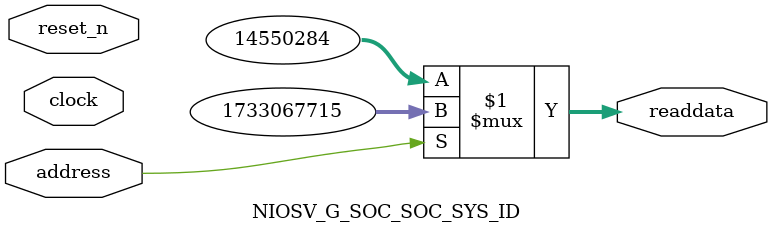
<source format=v>



// synthesis translate_off
`timescale 1ns / 1ps
// synthesis translate_on

// turn off superfluous verilog processor warnings 
// altera message_level Level1 
// altera message_off 10034 10035 10036 10037 10230 10240 10030 

module NIOSV_G_SOC_SOC_SYS_ID (
               // inputs:
                address,
                clock,
                reset_n,

               // outputs:
                readdata
             )
;

  output  [ 31: 0] readdata;
  input            address;
  input            clock;
  input            reset_n;

  wire    [ 31: 0] readdata;
  //control_slave, which is an e_avalon_slave
  assign readdata = address ? 1733067715 : 14550284;

endmodule



</source>
